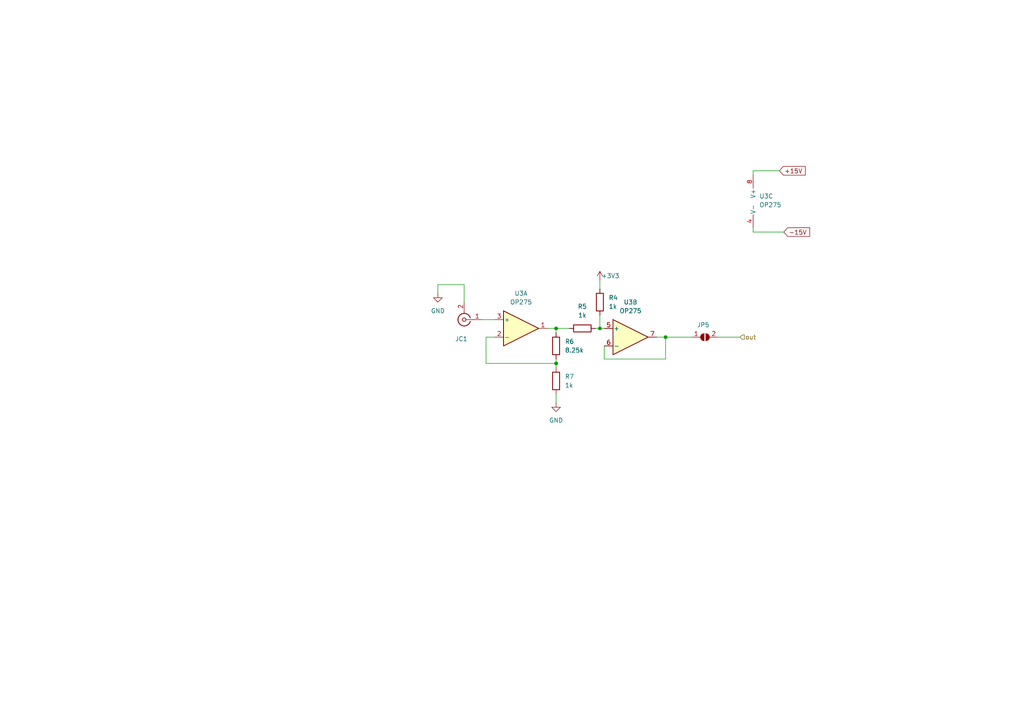
<source format=kicad_sch>
(kicad_sch (version 20231120) (generator "eeschema") (generator_version "8.0")
  (paper "A4")
  (lib_symbols
    (symbol "Amplifier_Operational:OP275" (pin_names (offset 0.127))
      (property "Reference" "U" (at 0 5.08 0))
      (property "Value" "OP275" (at 0 -5.08 0))
      (symbol "OP275_1_1"
        (polyline (pts (xy -5.08 5.08) (xy 5.08 0) (xy -5.08 -5.08) (xy -5.08 5.08)) (stroke (width 0.254)) (fill (type background)))
        (pin output line (at 7.62 0 180) (length 2.54) (name "~") (number "1"))
        (pin input line (at -7.62 -2.54 0) (length 2.54) (name "-") (number "2"))
        (pin input line (at -7.62 2.54 0) (length 2.54) (name "+") (number "3"))
      )
      (symbol "OP275_2_1"
        (polyline (pts (xy -5.08 5.08) (xy 5.08 0) (xy -5.08 -5.08) (xy -5.08 5.08)) (stroke (width 0.254)) (fill (type background)))
        (pin input line (at -7.62 2.54 0) (length 2.54) (name "+") (number "5"))
        (pin input line (at -7.62 -2.54 0) (length 2.54) (name "-") (number "6"))
        (pin output line (at 7.62 0 180) (length 2.54) (name "~") (number "7"))
      )
      (symbol "OP275_3_1"
        (pin power_in line (at -2.54 -7.62 90) (length 3.81) (name "V-") (number "4"))
        (pin power_in line (at -2.54 7.62 270) (length 3.81) (name "V+") (number "8"))
      )
    )
    (symbol "Conn_Coaxial_3" (pin_names (offset 1.016) hide)
      (property "Reference" "J1" (at -1.016 5.588 0))
      (symbol "Conn_Coaxial_3_0_1"
        (arc (start -1.778 -0.508) (mid 0.2311 -1.8066) (end 1.778 0) (stroke (width 0.254)))
        (polyline (pts (xy -2.54 0) (xy -0.508 0)))
        (polyline (pts (xy 0 -2.54) (xy 0 -1.778)))
        (circle (center 0 0) (radius 0.508) (stroke (width 0.2032)))
        (arc (start 1.778 0) (mid 0.2099 1.8101) (end -1.778 0.508) (stroke (width 0.254)))
      )
      (symbol "Conn_Coaxial_3_1_1"
        (pin passive line (at -5.08 0 0) (length 2.54) (name "In") (number "1"))
        (pin passive line (at 0 -5.08 90) (length 2.54) (name "Ext") (number "2"))
      )
    )
    (symbol "Device:R" (pin_numbers hide) (pin_names (offset 0))
      (property "Reference" "R" (at 2.032 0 90))
      (property "Value" "R" (at 0 0 90))
      (symbol "R_0_1"
        (rectangle (start -1.016 -2.54) (end 1.016 2.54) (stroke (width 0.254)))
      )
      (symbol "R_1_1"
        (pin passive line (at 0 3.81 270) (length 1.27) (name "~") (number "1"))
        (pin passive line (at 0 -3.81 90) (length 1.27) (name "~") (number "2"))
      )
    )
    (symbol "Jumper:SolderJumper_2_Open" (pin_names (offset 0) hide)
      (property "Reference" "JP" (at 0 2.032 0))
      (property "Value" "SolderJumper_2_Open" (at 0 -2.54 0))
      (symbol "SolderJumper_2_Open_0_1"
        (arc (start -0.254 1.016) (mid -1.2656 0) (end -0.254 -1.016))
        (arc (start -0.254 1.016) (mid -1.2656 0) (end -0.254 -1.016) (fill (type outline)))
        (polyline (pts (xy -0.254 1.016) (xy -0.254 -1.016)))
        (polyline (pts (xy 0.254 1.016) (xy 0.254 -1.016)))
        (arc (start 0.254 -1.016) (mid 1.2656 0) (end 0.254 1.016))
        (arc (start 0.254 -1.016) (mid 1.2656 0) (end 0.254 1.016) (fill (type outline)))
      )
      (symbol "SolderJumper_2_Open_1_1"
        (pin passive line (at -3.81 0 0) (length 2.54) (name "A") (number "1"))
        (pin passive line (at 3.81 0 180) (length 2.54) (name "B") (number "2"))
      )
    )
    (symbol "power:+3V3" (power) (pin_numbers hide) (pin_names (offset 0) hide)
      (property "Value" "+3V3" (at 0 3.556 0))
      (symbol "+3V3_0_1"
        (polyline (pts (xy -0.762 1.27) (xy 0 2.54)))
        (polyline (pts (xy 0 0) (xy 0 2.54)))
        (polyline (pts (xy 0 2.54) (xy 0.762 1.27)))
      )
      (symbol "+3V3_1_1"
        (pin power_in line (at 0 0 90) (length 0) (name "~") (number "1"))
      )
    )
    (symbol "power:GND" (power) (pin_numbers hide) (pin_names (offset 0) hide)
      (property "Value" "GND" (at 0 -3.81 0))
      (symbol "GND_0_1"
        (polyline (pts (xy 0 0) (xy 0 -1.27) (xy 1.27 -1.27) (xy 0 -2.54) (xy -1.27 -1.27) (xy 0 -1.27)))
      )
      (symbol "GND_1_1"
        (pin power_in line (at 0 0 270) (length 0) (name "~") (number "1"))
      )
    )
  )
  (junction (at 161.29 95.25))
  (junction (at 173.99 95.25))
  (junction (at 193.04 97.79))
  (junction (at 161.29 105.41))
  (wire (pts (xy 173.99 95.25) (xy 172.72 95.25)))
  (wire (pts (xy 218.44 49.53) (xy 218.44 50.8)))
  (wire (pts (xy 161.29 114.3) (xy 161.29 116.84)))
  (wire (pts (xy 139.7 92.71) (xy 143.51 92.71)))
  (wire (pts (xy 134.62 87.63) (xy 134.62 82.55)))
  (wire (pts (xy 226.06 49.53) (xy 218.44 49.53)))
  (wire (pts (xy 161.29 95.25) (xy 161.29 96.52)))
  (wire (pts (xy 140.97 97.79) (xy 140.97 105.41)))
  (wire (pts (xy 173.99 95.25) (xy 175.26 95.25)))
  (wire (pts (xy 218.44 67.31) (xy 218.44 66.04)))
  (wire (pts (xy 173.99 81.28) (xy 173.99 83.82)))
  (wire (pts (xy 140.97 105.41) (xy 161.29 105.41)))
  (wire (pts (xy 143.51 97.79) (xy 140.97 97.79)))
  (wire (pts (xy 127 82.55) (xy 127 85.09)))
  (wire (pts (xy 161.29 105.41) (xy 161.29 106.68)))
  (wire (pts (xy 175.26 100.33) (xy 175.26 104.14)))
  (wire (pts (xy 161.29 95.25) (xy 165.1 95.25)))
  (wire (pts (xy 175.26 104.14) (xy 193.04 104.14)))
  (wire (pts (xy 161.29 105.41) (xy 161.29 104.14)))
  (wire (pts (xy 193.04 104.14) (xy 193.04 97.79)))
  (wire (pts (xy 208.28 97.79) (xy 214.63 97.79)))
  (wire (pts (xy 193.04 97.79) (xy 200.66 97.79)))
  (wire (pts (xy 173.99 91.44) (xy 173.99 95.25)))
  (wire (pts (xy 218.44 67.31) (xy 227.33 67.31)))
  (wire (pts (xy 193.04 97.79) (xy 190.5 97.79)))
  (wire (pts (xy 158.75 95.25) (xy 161.29 95.25)))
  (wire (pts (xy 127 82.55) (xy 134.62 82.55)))
  (global_label "+15V" (shape input) (at 226.06 49.53 0) (property "Intersheetrefs" "${INTERSHEET_REFS}" (effects (hide yes))))
  (global_label "-15V" (shape input) (at 227.33 67.31 0) (property "Intersheetrefs" "${INTERSHEET_REFS}" (effects (hide yes))))
  (hierarchical_label "out" (shape input) (at 214.63 97.79 0))
  (symbol (lib_id "Amplifier_Operational:OP275") (at 220.98 58.42 0) (unit 3)
    (property "Reference" "U3" (at 220.218 56.896 0) (effects (justify left)))
    (property "Value" "OP275" (at 220.218 59.436 0) (effects (justify left)))
    (property "Footprint" "Package_SO:SOIC-8_3.9x4.9mm_P1.27mm" (effects (hide yes)))
    (property "Datasheet" "https://www.analog.com/media/en/technical-documentation/data-sheets/OP275.pdf" (effects (hide yes)))
    (property "Description" "Dual Bipolar/JFET, Audio Operational Amplifier, DIP-8/SOIC-8" (effects (hide yes)))
    (instances (project "Kicad" (path "" (reference "U3") (unit 3)) (path "" (reference "U4") (unit 3)) (path "" (reference "U5") (unit 3)) (path "" (reference "U6") (unit 3))))
  )
  (symbol (lib_id "power:GND") (at 161.29 116.84 0) (unit 1)
    (property "Reference" "#PWR013" (effects (hide yes)))
    (property "Value" "GND" (at 161.29 121.92 0))
    (property "Description" "Power symbol creates a global label with name \"GND\" , ground" (effects (hide yes)))
    (instances (project "Kicad" (path "" (reference "#PWR013") (unit 1)) (path "" (reference "#PWR016") (unit 1)) (path "" (reference "#PWR019") (unit 1)) (path "" (reference "#PWR022") (unit 1))))
  )
  (symbol (lib_id "Amplifier_Operational:OP275") (at 151.13 95.25 0) (unit 1)
    (property "Reference" "U3" (at 151.13 85.09 0))
    (property "Value" "OP275" (at 151.13 87.63 0))
    (property "Footprint" "Package_SO:SOIC-8_3.9x4.9mm_P1.27mm" (effects (hide yes)))
    (property "Datasheet" "https://www.analog.com/media/en/technical-documentation/data-sheets/OP275.pdf" (effects (hide yes)))
    (property "Description" "Dual Bipolar/JFET, Audio Operational Amplifier, DIP-8/SOIC-8" (effects (hide yes)))
    (instances (project "Kicad" (path "" (reference "U3") (unit 1)) (path "" (reference "U4") (unit 1)) (path "" (reference "U5") (unit 1)) (path "" (reference "U6") (unit 1))))
  )
  (symbol (lib_id "power:GND") (at 127 85.09 0) (unit 1)
    (property "Reference" "#PWR012" (effects (hide yes)))
    (property "Value" "GND" (at 127 90.17 0))
    (property "Description" "Power symbol creates a global label with name \"GND\" , ground" (effects (hide yes)))
    (instances (project "Kicad" (path "" (reference "#PWR012") (unit 1)) (path "" (reference "#PWR015") (unit 1)) (path "" (reference "#PWR018") (unit 1)) (path "" (reference "#PWR021") (unit 1))))
  )
  (symbol (lib_name "Conn_Coaxial_3") (lib_id "Connector:Conn_Coaxial") (at 134.62 92.71 180) (unit 1)
    (property "Reference" "JC1" (at 135.636 98.298 0) (effects (justify left)))
    (property "Value" "Conn_Coaxial" (effects (hide yes)))
    (property "Footprint" "Library.pretty_Conn_Coax1:Conn_CoaxE" (effects (hide yes)))
    (property "Datasheet" "https://docs.rs-online.com/8afb/A700000007816931.pdf" (effects (hide yes)))
    (property "Description" "coaxial connector (BNC, SMA, SMB, SMC, Cinch/RCA, LEMO, ...)" (effects (hide yes)))
    (instances (project "Kicad" (path "" (reference "JC1") (unit 1)) (path "" (reference "JC2") (unit 1)) (path "" (reference "JC3") (unit 1)) (path "" (reference "JC4") (unit 1))))
  )
  (symbol (lib_id "Device:R") (at 161.29 110.49 0) (unit 1)
    (property "Reference" "R7" (at 163.83 109.2199 0) (effects (justify left)))
    (property "Value" "1k" (at 163.83 111.7599 0) (effects (justify left)))
    (property "Footprint" "Resistor_SMD:R_0603_1608Metric_Pad0.98x0.95mm_HandSolder" (effects (hide yes)))
    (property "Description" "Resistor" (effects (hide yes)))
    (instances (project "Kicad" (path "" (reference "R7") (unit 1)) (path "" (reference "R11") (unit 1)) (path "" (reference "R15") (unit 1)) (path "" (reference "R19") (unit 1))))
  )
  (symbol (lib_id "Device:R") (at 168.91 95.25 270) (unit 1)
    (property "Reference" "R5" (at 168.91 88.9 90))
    (property "Value" "1k" (at 168.91 91.44 90))
    (property "Footprint" "Resistor_SMD:R_0603_1608Metric_Pad0.98x0.95mm_HandSolder" (effects (hide yes)))
    (property "Description" "Resistor" (effects (hide yes)))
    (instances (project "Kicad" (path "" (reference "R5") (unit 1)) (path "" (reference "R9") (unit 1)) (path "" (reference "R13") (unit 1)) (path "" (reference "R17") (unit 1))))
  )
  (symbol (lib_id "Amplifier_Operational:OP275") (at 182.88 97.79 0) (unit 2)
    (property "Reference" "U3" (at 182.88 87.63 0))
    (property "Value" "OP275" (at 182.88 90.17 0))
    (property "Footprint" "Package_SO:SOIC-8_3.9x4.9mm_P1.27mm" (effects (hide yes)))
    (property "Datasheet" "https://www.analog.com/media/en/technical-documentation/data-sheets/OP275.pdf" (effects (hide yes)))
    (property "Description" "Dual Bipolar/JFET, Audio Operational Amplifier, DIP-8/SOIC-8" (effects (hide yes)))
    (instances (project "Kicad" (path "" (reference "U3") (unit 2)) (path "" (reference "U4") (unit 2)) (path "" (reference "U5") (unit 2)) (path "" (reference "U6") (unit 2))))
  )
  (symbol (lib_id "Device:R") (at 173.99 87.63 0) (unit 1)
    (property "Reference" "R4" (at 176.53 86.3599 0) (effects (justify left)))
    (property "Value" "1k" (at 176.53 88.8999 0) (effects (justify left)))
    (property "Footprint" "Resistor_SMD:R_0603_1608Metric_Pad0.98x0.95mm_HandSolder" (effects (hide yes)))
    (property "Description" "Resistor" (effects (hide yes)))
    (instances (project "Kicad" (path "" (reference "R4") (unit 1)) (path "" (reference "R8") (unit 1)) (path "" (reference "R12") (unit 1)) (path "" (reference "R16") (unit 1))))
  )
  (symbol (lib_id "power:+3V3") (at 173.99 81.28 0) (unit 1)
    (property "Reference" "#PWR011" (effects (hide yes)))
    (property "Value" "+3V3" (at 177.038 80.01 0))
    (property "Description" "Power symbol creates a global label with name \"+3V3\"" (effects (hide yes)))
    (instances (project "Kicad" (path "" (reference "#PWR011") (unit 1)) (path "" (reference "#PWR014") (unit 1)) (path "" (reference "#PWR017") (unit 1)) (path "" (reference "#PWR020") (unit 1))))
  )
  (symbol (lib_id "Device:R") (at 161.29 100.33 0) (unit 1)
    (property "Reference" "R6" (at 163.83 99.0599 0) (effects (justify left)))
    (property "Value" "8.25k" (at 163.83 101.5999 0) (effects (justify left)))
    (property "Footprint" "Resistor_SMD:R_0603_1608Metric_Pad0.98x0.95mm_HandSolder" (effects (hide yes)))
    (property "Description" "Resistor" (effects (hide yes)))
    (instances (project "Kicad" (path "" (reference "R6") (unit 1)) (path "" (reference "R10") (unit 1)) (path "" (reference "R14") (unit 1)) (path "" (reference "R18") (unit 1))))
  )
  (symbol (lib_id "Jumper:SolderJumper_2_Open") (at 204.47 97.79 0) (unit 1)
    (property "Reference" "JP5" (at 203.962 94.234 0))
    (property "Value" "SolderJumper_2_Open" (effects (hide yes)))
    (property "Footprint" "Jumper:SolderJumper-2_P1.3mm_Open_TrianglePad1.0x1.5mm" (effects (hide yes)))
    (property "Description" "Solder Jumper, 2-pole, open" (effects (hide yes)))
    (instances (project "Kicad" (path "" (reference "JP5") (unit 1)) (path "" (reference "JP6") (unit 1)) (path "" (reference "JP7") (unit 1)) (path "" (reference "JP8") (unit 1))))
  )
)
</source>
